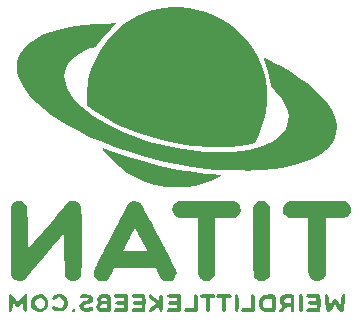
<source format=gbo>
%TF.GenerationSoftware,KiCad,Pcbnew,(6.0.9)*%
%TF.CreationDate,2023-02-22T02:05:46+05:30*%
%TF.ProjectId,Titan Keyboard,54697461-6e20-44b6-9579-626f6172642e,rev?*%
%TF.SameCoordinates,Original*%
%TF.FileFunction,Legend,Bot*%
%TF.FilePolarity,Positive*%
%FSLAX46Y46*%
G04 Gerber Fmt 4.6, Leading zero omitted, Abs format (unit mm)*
G04 Created by KiCad (PCBNEW (6.0.9)) date 2023-02-22 02:05:46*
%MOMM*%
%LPD*%
G01*
G04 APERTURE LIST*
%ADD10C,2.700000*%
G04 APERTURE END LIST*
%TO.C,G\u002A\u002A\u002A*%
G36*
X65615377Y-100799314D02*
G01*
X65525702Y-100890990D01*
X65254522Y-101176914D01*
X65013525Y-101447504D01*
X64781190Y-101727534D01*
X64535993Y-102041777D01*
X64331532Y-102310078D01*
X63940778Y-102445059D01*
X63852954Y-102476122D01*
X63356929Y-102682423D01*
X62921668Y-102919275D01*
X62548920Y-103184794D01*
X62240432Y-103477099D01*
X61997951Y-103794306D01*
X61823227Y-104134531D01*
X61718006Y-104495892D01*
X61684036Y-104876506D01*
X61696718Y-105084349D01*
X61775716Y-105463721D01*
X61924599Y-105850316D01*
X62140606Y-106241542D01*
X62420977Y-106634803D01*
X62762953Y-107027507D01*
X63163772Y-107417060D01*
X63620676Y-107800868D01*
X64130903Y-108176337D01*
X64691695Y-108540874D01*
X65300291Y-108891886D01*
X65953930Y-109226778D01*
X66649854Y-109542957D01*
X67718751Y-109966479D01*
X68881612Y-110355103D01*
X70058412Y-110675663D01*
X71243671Y-110927009D01*
X72431909Y-111107989D01*
X73617646Y-111217452D01*
X74795402Y-111254246D01*
X75076437Y-111251892D01*
X75861455Y-111218495D01*
X76599904Y-111146147D01*
X77287860Y-111035567D01*
X77921399Y-110887474D01*
X78496599Y-110702588D01*
X79009537Y-110481627D01*
X79070116Y-110451055D01*
X79507911Y-110197279D01*
X79877017Y-109920450D01*
X80176748Y-109621703D01*
X80406416Y-109302172D01*
X80565333Y-108962992D01*
X80652813Y-108605297D01*
X80668168Y-108230221D01*
X80610711Y-107838899D01*
X80599037Y-107792132D01*
X80485451Y-107463824D01*
X80314151Y-107112760D01*
X80092142Y-106750544D01*
X79826431Y-106388783D01*
X79524025Y-106039079D01*
X79405782Y-105911865D01*
X79307571Y-105800292D01*
X79243648Y-105714406D01*
X79204471Y-105638875D01*
X79180501Y-105558365D01*
X79162198Y-105457543D01*
X79121810Y-105233274D01*
X79028011Y-104813478D01*
X78910231Y-104374618D01*
X78776584Y-103945958D01*
X78635184Y-103556760D01*
X78620875Y-103520268D01*
X78574574Y-103395649D01*
X78545081Y-103305479D01*
X78538249Y-103267238D01*
X78578157Y-103274224D01*
X78674358Y-103311295D01*
X78816415Y-103373672D01*
X78994015Y-103456446D01*
X79196844Y-103554708D01*
X79414588Y-103663548D01*
X79636933Y-103778058D01*
X79853567Y-103893328D01*
X80157158Y-104060921D01*
X80898397Y-104498287D01*
X81578962Y-104942211D01*
X82197460Y-105391240D01*
X82752496Y-105843922D01*
X83242678Y-106298802D01*
X83666610Y-106754428D01*
X84022900Y-107209344D01*
X84310154Y-107662099D01*
X84526977Y-108111239D01*
X84671976Y-108555309D01*
X84743757Y-108992857D01*
X84750112Y-109246257D01*
X84701546Y-109645354D01*
X84581938Y-110029456D01*
X84393202Y-110396446D01*
X84137250Y-110744208D01*
X83815997Y-111070623D01*
X83431357Y-111373577D01*
X82985244Y-111650950D01*
X82479571Y-111900628D01*
X81916251Y-112120492D01*
X81479676Y-112259465D01*
X80821010Y-112428730D01*
X80114268Y-112564930D01*
X79352433Y-112669357D01*
X78528490Y-112743299D01*
X78435192Y-112749763D01*
X78222089Y-112764738D01*
X78029455Y-112778546D01*
X77875422Y-112789880D01*
X77778120Y-112797431D01*
X77751356Y-112799350D01*
X77602995Y-112804917D01*
X77394135Y-112807552D01*
X77136305Y-112807504D01*
X76841033Y-112805019D01*
X76519848Y-112800345D01*
X76184279Y-112793732D01*
X75845853Y-112785428D01*
X75516099Y-112775679D01*
X75206546Y-112764734D01*
X74928722Y-112752842D01*
X74694155Y-112740250D01*
X74514375Y-112727206D01*
X73753869Y-112650373D01*
X72449282Y-112476185D01*
X71145223Y-112249876D01*
X69850030Y-111973799D01*
X68572043Y-111650305D01*
X67319602Y-111281747D01*
X66101044Y-110870476D01*
X64924711Y-110418846D01*
X63798940Y-109929207D01*
X62732071Y-109403913D01*
X62038184Y-109025371D01*
X61260795Y-108559734D01*
X60557980Y-108089092D01*
X59929565Y-107613296D01*
X59375378Y-107132193D01*
X58895246Y-106645630D01*
X58488997Y-106153457D01*
X58156458Y-105655521D01*
X57897456Y-105151670D01*
X57894281Y-105144418D01*
X57763819Y-104810432D01*
X57681310Y-104507709D01*
X57642264Y-104214374D01*
X57642190Y-103908558D01*
X57663867Y-103692128D01*
X57757292Y-103297177D01*
X57919619Y-102924775D01*
X58151513Y-102574139D01*
X58453636Y-102244486D01*
X58826652Y-101935031D01*
X59271224Y-101644990D01*
X59788017Y-101373579D01*
X59972400Y-101289343D01*
X60545282Y-101064437D01*
X61168728Y-100871999D01*
X61845845Y-100711451D01*
X62579740Y-100582216D01*
X63373519Y-100483717D01*
X64230289Y-100415376D01*
X65153157Y-100376616D01*
X66053600Y-100353880D01*
X65615377Y-100799314D01*
G37*
G36*
X66519080Y-123255524D02*
G01*
X66618078Y-123258892D01*
X66822285Y-123271799D01*
X66954818Y-123291016D01*
X67017929Y-123316821D01*
X67036368Y-123355388D01*
X67050419Y-123437830D01*
X67059774Y-123571303D01*
X67064984Y-123763786D01*
X67066599Y-124023263D01*
X67066385Y-124186972D01*
X67064709Y-124382278D01*
X67060390Y-124521043D01*
X67052281Y-124614447D01*
X67039238Y-124673668D01*
X67020117Y-124709885D01*
X66993771Y-124734278D01*
X66939403Y-124758119D01*
X66839097Y-124775193D01*
X66684886Y-124784662D01*
X66466304Y-124787584D01*
X66283698Y-124785583D01*
X66104686Y-124775392D01*
X65985210Y-124753873D01*
X65916628Y-124718045D01*
X65890300Y-124664931D01*
X65897584Y-124591553D01*
X65901065Y-124578884D01*
X65929201Y-124524013D01*
X65982725Y-124487079D01*
X66074016Y-124464736D01*
X66215450Y-124453635D01*
X66419405Y-124450430D01*
X66747692Y-124449917D01*
X66747692Y-124187288D01*
X66445078Y-124187288D01*
X66409574Y-124187128D01*
X66217371Y-124177574D01*
X66089858Y-124151378D01*
X66019141Y-124105919D01*
X65997323Y-124038574D01*
X65999661Y-124002798D01*
X66031135Y-123929395D01*
X66107070Y-123882237D01*
X66237251Y-123857066D01*
X66431465Y-123849622D01*
X66747692Y-123849622D01*
X66747692Y-123586993D01*
X66388800Y-123586993D01*
X66244171Y-123584856D01*
X66073567Y-123571768D01*
X65962739Y-123544447D01*
X65902775Y-123500232D01*
X65884767Y-123436464D01*
X65885633Y-123417150D01*
X65911811Y-123346715D01*
X65980321Y-123297596D01*
X66099087Y-123267531D01*
X66276032Y-123254261D01*
X66519080Y-123255524D01*
G37*
G36*
X64974322Y-110931932D02*
G01*
X65081248Y-110964301D01*
X65228121Y-111014106D01*
X65401371Y-111077007D01*
X66838952Y-111581446D01*
X68322576Y-112032044D01*
X69809978Y-112412082D01*
X71308550Y-112723443D01*
X72825683Y-112968010D01*
X73057960Y-112998602D01*
X73334112Y-113031917D01*
X73622051Y-113064065D01*
X73907413Y-113093621D01*
X74175831Y-113119161D01*
X74412941Y-113139259D01*
X74604376Y-113152492D01*
X74735771Y-113157434D01*
X74849971Y-113161540D01*
X74944630Y-113179942D01*
X74966230Y-113214319D01*
X74915188Y-113266003D01*
X74791923Y-113336325D01*
X74227697Y-113598041D01*
X73486663Y-113875258D01*
X72743904Y-114077972D01*
X72000277Y-114205916D01*
X71976045Y-114208675D01*
X71779204Y-114222633D01*
X71530093Y-114229682D01*
X71246887Y-114230291D01*
X70947760Y-114224928D01*
X70650886Y-114214063D01*
X70374438Y-114198164D01*
X70136592Y-114177702D01*
X69955521Y-114153144D01*
X69746991Y-114113036D01*
X69001515Y-113925602D01*
X68297344Y-113676108D01*
X67631935Y-113363243D01*
X67002746Y-112985695D01*
X66407236Y-112542154D01*
X65842863Y-112031308D01*
X65687465Y-111873691D01*
X65510615Y-111686146D01*
X65344409Y-111501846D01*
X65195839Y-111329171D01*
X65071896Y-111176501D01*
X64979570Y-111052216D01*
X64925851Y-110964695D01*
X64917731Y-110922320D01*
X64920911Y-110921340D01*
X64974322Y-110931932D01*
G37*
G36*
X75246639Y-123255760D02*
G01*
X75379204Y-123259283D01*
X75548887Y-123266088D01*
X75664081Y-123275704D01*
X75737655Y-123290067D01*
X75782475Y-123311113D01*
X75811409Y-123340781D01*
X75822987Y-123357313D01*
X75845277Y-123420495D01*
X75813340Y-123490855D01*
X75781550Y-123526383D01*
X75702102Y-123562663D01*
X75569567Y-123579574D01*
X75376939Y-123590914D01*
X75376939Y-124114212D01*
X75376430Y-124282206D01*
X75373374Y-124444466D01*
X75366066Y-124555290D01*
X75352833Y-124628019D01*
X75332003Y-124675991D01*
X75301902Y-124712547D01*
X75296359Y-124718069D01*
X75228237Y-124775198D01*
X75175649Y-124776989D01*
X75107884Y-124725491D01*
X75088604Y-124704781D01*
X75066984Y-124662912D01*
X75052689Y-124596685D01*
X75044270Y-124493433D01*
X75040281Y-124340492D01*
X75039273Y-124125196D01*
X75039273Y-123586993D01*
X74854360Y-123586993D01*
X74708694Y-123569982D01*
X74605384Y-123523605D01*
X74555306Y-123457383D01*
X74565559Y-123380846D01*
X74643239Y-123303523D01*
X74643799Y-123303158D01*
X74695146Y-123278406D01*
X74767672Y-123262354D01*
X74874809Y-123253937D01*
X75029987Y-123252094D01*
X75246639Y-123255760D01*
G37*
G36*
X76206152Y-115474913D02*
G01*
X76208140Y-115475954D01*
X76339668Y-115556530D01*
X76431689Y-115649356D01*
X76514054Y-115784441D01*
X76538572Y-115832125D01*
X76589032Y-115951284D01*
X76607106Y-116054608D01*
X76600445Y-116176855D01*
X76595696Y-116210824D01*
X76524222Y-116425485D01*
X76390849Y-116608929D01*
X76205823Y-116746372D01*
X76169740Y-116764883D01*
X76113202Y-116789337D01*
X76050298Y-116807192D01*
X75969584Y-116819482D01*
X75859615Y-116827240D01*
X75708945Y-116831501D01*
X75506129Y-116833300D01*
X75239723Y-116833669D01*
X74438977Y-116833669D01*
X74438977Y-119198537D01*
X74438877Y-119565566D01*
X74438358Y-120001989D01*
X74437277Y-120373137D01*
X74435503Y-120684626D01*
X74432907Y-120942073D01*
X74429357Y-121151097D01*
X74424722Y-121317313D01*
X74418872Y-121446340D01*
X74411677Y-121543795D01*
X74403005Y-121615294D01*
X74392726Y-121666455D01*
X74380709Y-121702895D01*
X74302882Y-121844549D01*
X74165645Y-122002176D01*
X74007515Y-122110147D01*
X73979220Y-122121251D01*
X73840211Y-122147620D01*
X73661864Y-122150787D01*
X73626388Y-122148778D01*
X73489059Y-122131683D01*
X73386791Y-122094439D01*
X73286680Y-122026112D01*
X73253080Y-121996938D01*
X73144742Y-121876629D01*
X73060174Y-121747843D01*
X72975757Y-121582615D01*
X72975757Y-116833669D01*
X72175011Y-116833669D01*
X72004706Y-116833558D01*
X71778364Y-116832443D01*
X71608649Y-116829271D01*
X71484116Y-116823007D01*
X71393320Y-116812616D01*
X71324817Y-116797064D01*
X71267162Y-116775317D01*
X71208911Y-116746340D01*
X71103724Y-116677760D01*
X70953263Y-116516991D01*
X70856373Y-116320484D01*
X70823786Y-116106084D01*
X70827310Y-116043842D01*
X70850379Y-115904122D01*
X70887188Y-115795324D01*
X70899551Y-115773180D01*
X70993037Y-115652079D01*
X71118260Y-115535221D01*
X71251445Y-115442439D01*
X71368816Y-115393566D01*
X71423526Y-115389539D01*
X71547212Y-115385614D01*
X71732318Y-115381995D01*
X71971924Y-115378747D01*
X72259111Y-115375939D01*
X72586960Y-115373638D01*
X72948553Y-115371911D01*
X73336969Y-115370826D01*
X73745291Y-115370449D01*
X76006184Y-115370449D01*
X76206152Y-115474913D01*
G37*
G36*
X79579007Y-124048803D02*
G01*
X79578571Y-124198791D01*
X79574829Y-124408681D01*
X79565461Y-124560364D01*
X79548326Y-124664532D01*
X79521286Y-124731880D01*
X79482202Y-124773100D01*
X79428933Y-124798884D01*
X79411065Y-124802657D01*
X79324441Y-124809147D01*
X79192200Y-124811726D01*
X79034989Y-124809821D01*
X78827139Y-124797614D01*
X78659476Y-124769679D01*
X78521837Y-124722483D01*
X78350520Y-124610665D01*
X78223562Y-124453378D01*
X78145981Y-124266567D01*
X78117951Y-124064037D01*
X78122348Y-124022603D01*
X78464104Y-124022603D01*
X78469749Y-124178650D01*
X78528642Y-124319234D01*
X78639044Y-124424008D01*
X78641819Y-124425623D01*
X78783712Y-124471986D01*
X78993880Y-124487436D01*
X79241340Y-124487436D01*
X79241340Y-123653828D01*
X78960082Y-123668031D01*
X78825100Y-123677340D01*
X78718342Y-123695025D01*
X78645304Y-123726199D01*
X78583734Y-123777324D01*
X78513448Y-123871442D01*
X78464104Y-124022603D01*
X78122348Y-124022603D01*
X78139646Y-123859594D01*
X78211239Y-123667043D01*
X78332906Y-123500189D01*
X78504820Y-123372839D01*
X78597120Y-123340693D01*
X78773027Y-123312054D01*
X79020981Y-123294521D01*
X79030797Y-123294103D01*
X79215022Y-123287282D01*
X79352539Y-123290912D01*
X79450175Y-123314220D01*
X79514755Y-123366430D01*
X79553102Y-123456768D01*
X79572044Y-123594459D01*
X79573987Y-123653828D01*
X79578403Y-123788729D01*
X79579007Y-124048803D01*
G37*
G36*
X60286105Y-124303027D02*
G01*
X60190374Y-124486134D01*
X60040405Y-124633243D01*
X59839534Y-124733335D01*
X59763073Y-124753840D01*
X59535033Y-124769083D01*
X59315326Y-124721147D01*
X59120573Y-124615303D01*
X58967394Y-124456820D01*
X58893915Y-124323541D01*
X58841600Y-124117203D01*
X58843392Y-124078474D01*
X59213436Y-124078474D01*
X59244656Y-124227265D01*
X59329215Y-124362328D01*
X59470205Y-124469243D01*
X59587829Y-124515360D01*
X59702045Y-124512954D01*
X59830536Y-124452992D01*
X59956225Y-124355102D01*
X60042455Y-124217880D01*
X60069405Y-124043874D01*
X60061858Y-123940250D01*
X60024803Y-123848586D01*
X59941843Y-123752074D01*
X59856079Y-123676341D01*
X59767100Y-123635173D01*
X59651075Y-123625697D01*
X59560105Y-123634458D01*
X59408890Y-123693947D01*
X59298645Y-123797393D01*
X59232464Y-123930376D01*
X59213436Y-124078474D01*
X58843392Y-124078474D01*
X58851162Y-123910520D01*
X58916324Y-123715068D01*
X59030806Y-123542419D01*
X59188331Y-123404149D01*
X59382619Y-123311831D01*
X59607391Y-123277040D01*
X59751218Y-123284099D01*
X59922436Y-123331040D01*
X60060204Y-123431186D01*
X60184103Y-123595345D01*
X60214508Y-123647901D01*
X60301509Y-123872892D01*
X60319029Y-124043874D01*
X60324262Y-124094940D01*
X60286105Y-124303027D01*
G37*
G36*
X70532673Y-120079907D02*
G01*
X70678411Y-120362574D01*
X70800506Y-120601190D01*
X70901014Y-120799872D01*
X70981990Y-120962736D01*
X71045490Y-121093899D01*
X71093572Y-121197479D01*
X71128291Y-121277592D01*
X71151704Y-121338356D01*
X71165865Y-121383886D01*
X71172833Y-121418301D01*
X71174661Y-121445717D01*
X71161576Y-121583173D01*
X71085883Y-121800287D01*
X70951160Y-121985733D01*
X70767006Y-122123548D01*
X70704686Y-122151350D01*
X70506428Y-122192440D01*
X70293156Y-122181980D01*
X70090606Y-122123159D01*
X69924513Y-122019166D01*
X69920626Y-122015356D01*
X69873801Y-121950864D01*
X69804279Y-121835767D01*
X69720795Y-121685149D01*
X69632083Y-121514098D01*
X69410925Y-121073256D01*
X67657226Y-121073707D01*
X65903527Y-121074159D01*
X65678416Y-121513334D01*
X65560576Y-121731570D01*
X65444531Y-121911463D01*
X65332114Y-122038055D01*
X65212753Y-122120687D01*
X65075878Y-122168697D01*
X64910916Y-122191427D01*
X64859723Y-122194641D01*
X64732650Y-122192792D01*
X64630923Y-122166639D01*
X64517775Y-122108422D01*
X64382054Y-122004892D01*
X64249420Y-121840147D01*
X64221478Y-121790575D01*
X64177874Y-121688616D01*
X64161623Y-121582695D01*
X64165417Y-121437821D01*
X64168921Y-121397527D01*
X64176155Y-121351123D01*
X64189083Y-121298091D01*
X64209928Y-121233818D01*
X64240911Y-121153692D01*
X64284255Y-121053101D01*
X64342182Y-120927431D01*
X64416914Y-120772070D01*
X64510673Y-120582405D01*
X64625682Y-120353823D01*
X64764163Y-120081712D01*
X64928337Y-119761459D01*
X65001487Y-119619415D01*
X66636276Y-119619415D01*
X66636576Y-119620128D01*
X66678742Y-119627420D01*
X66785481Y-119633972D01*
X66947230Y-119639522D01*
X67154424Y-119643810D01*
X67397501Y-119646575D01*
X67666894Y-119647554D01*
X67693016Y-119647545D01*
X67960355Y-119646387D01*
X68200484Y-119643469D01*
X68403839Y-119639051D01*
X68560855Y-119633396D01*
X68661965Y-119626763D01*
X68697606Y-119619415D01*
X68681060Y-119578049D01*
X68634324Y-119481355D01*
X68562788Y-119339734D01*
X68471841Y-119163328D01*
X68366874Y-118962280D01*
X68253275Y-118746733D01*
X68136435Y-118526829D01*
X68021743Y-118312711D01*
X67914588Y-118114523D01*
X67820361Y-117942406D01*
X67744450Y-117806505D01*
X67692246Y-117716960D01*
X67669137Y-117683916D01*
X67668937Y-117683907D01*
X67645383Y-117716056D01*
X67592856Y-117804501D01*
X67516718Y-117939194D01*
X67422331Y-118110089D01*
X67315055Y-118307139D01*
X67200253Y-118520295D01*
X67083287Y-118739510D01*
X66969517Y-118954739D01*
X66864306Y-119155932D01*
X66773014Y-119333044D01*
X66701004Y-119476027D01*
X66653638Y-119574833D01*
X66636276Y-119619415D01*
X65001487Y-119619415D01*
X65120428Y-119388452D01*
X65342657Y-118958077D01*
X65597246Y-118465722D01*
X65708065Y-118251503D01*
X65962772Y-117759543D01*
X66186601Y-117328500D01*
X66382100Y-116954265D01*
X66551816Y-116632729D01*
X66698297Y-116359782D01*
X66824089Y-116131316D01*
X66931741Y-115943221D01*
X67023801Y-115791388D01*
X67102814Y-115671709D01*
X67171330Y-115580074D01*
X67231895Y-115512373D01*
X67287057Y-115464499D01*
X67339362Y-115432341D01*
X67391360Y-115411791D01*
X67445597Y-115398739D01*
X67504620Y-115389077D01*
X67695404Y-115383856D01*
X67915280Y-115441546D01*
X68107895Y-115567077D01*
X68134140Y-115595763D01*
X68180172Y-115659373D01*
X68241912Y-115756485D01*
X68321399Y-115890804D01*
X68420669Y-116066040D01*
X68541759Y-116285901D01*
X68686707Y-116554093D01*
X68857549Y-116874324D01*
X69056322Y-117250303D01*
X69285064Y-117685737D01*
X69545811Y-118184334D01*
X69672161Y-118426386D01*
X69933035Y-118926428D01*
X70162041Y-119365951D01*
X70293823Y-119619415D01*
X70361235Y-119749071D01*
X70532673Y-120079907D01*
G37*
G36*
X73972390Y-123253305D02*
G01*
X74136306Y-123260253D01*
X74264464Y-123270546D01*
X74337622Y-123283971D01*
X74392502Y-123310529D01*
X74456849Y-123377647D01*
X74460124Y-123451005D01*
X74409028Y-123518451D01*
X74310264Y-123567832D01*
X74170533Y-123586993D01*
X73988756Y-123586993D01*
X73988756Y-124118677D01*
X73988696Y-124173328D01*
X73986642Y-124376885D01*
X73980705Y-124520724D01*
X73969591Y-124617349D01*
X73952009Y-124679264D01*
X73926663Y-124718972D01*
X73919809Y-124726506D01*
X73863592Y-124776792D01*
X73812470Y-124777117D01*
X73734474Y-124729178D01*
X73724879Y-124722295D01*
X73694991Y-124694711D01*
X73674488Y-124655511D01*
X73661608Y-124592013D01*
X73654590Y-124491531D01*
X73651671Y-124341382D01*
X73651089Y-124128883D01*
X73651089Y-123586993D01*
X73469312Y-123586993D01*
X73338433Y-123573505D01*
X73231705Y-123528234D01*
X73181567Y-123457858D01*
X73196835Y-123369417D01*
X73230195Y-123323199D01*
X73296690Y-123272500D01*
X73343992Y-123263198D01*
X73458518Y-123254648D01*
X73614254Y-123250290D01*
X73791959Y-123249913D01*
X73972390Y-123253305D01*
G37*
G36*
X71080384Y-123251011D02*
G01*
X71245480Y-123258516D01*
X71376838Y-123270657D01*
X71453817Y-123285916D01*
X71550055Y-123322506D01*
X71550055Y-124015662D01*
X71549854Y-124170810D01*
X71548211Y-124377618D01*
X71544117Y-124526133D01*
X71536630Y-124626844D01*
X71524809Y-124690242D01*
X71507713Y-124726817D01*
X71484398Y-124747060D01*
X71435725Y-124760949D01*
X71322247Y-124774007D01*
X71168248Y-124782184D01*
X70992846Y-124785448D01*
X70815159Y-124783767D01*
X70654302Y-124777111D01*
X70529395Y-124765447D01*
X70459553Y-124748745D01*
X70401826Y-124689605D01*
X70393362Y-124599875D01*
X70445941Y-124508875D01*
X70480339Y-124485285D01*
X70555276Y-124464285D01*
X70676648Y-124453171D01*
X70858644Y-124449917D01*
X71212389Y-124449917D01*
X71212389Y-124187288D01*
X70896162Y-124187288D01*
X70817858Y-124186648D01*
X70669319Y-124178762D01*
X70575175Y-124160080D01*
X70520978Y-124128331D01*
X70480879Y-124079313D01*
X70468741Y-124004292D01*
X70524113Y-123918233D01*
X70562963Y-123886688D01*
X70629327Y-123863966D01*
X70735614Y-123852675D01*
X70899297Y-123849622D01*
X71212389Y-123849622D01*
X71212389Y-123586993D01*
X70872257Y-123586993D01*
X70764454Y-123585725D01*
X70586383Y-123573696D01*
X70469860Y-123546787D01*
X70406266Y-123502348D01*
X70386983Y-123437726D01*
X70400780Y-123371020D01*
X70456331Y-123313801D01*
X70561993Y-123276214D01*
X70725770Y-123255607D01*
X70955666Y-123249327D01*
X71080384Y-123251011D01*
G37*
G36*
X85413309Y-123301097D02*
G01*
X85418476Y-123304919D01*
X85441793Y-123326310D01*
X85456722Y-123356587D01*
X85463015Y-123406666D01*
X85460424Y-123487463D01*
X85448700Y-123609895D01*
X85427594Y-123784878D01*
X85396858Y-124023328D01*
X85370101Y-124218715D01*
X85340116Y-124415894D01*
X85312339Y-124577200D01*
X85289008Y-124689757D01*
X85272356Y-124740685D01*
X85208198Y-124789206D01*
X85118089Y-124781302D01*
X85010302Y-124702853D01*
X84883246Y-124553093D01*
X84871824Y-124537571D01*
X84783694Y-124413372D01*
X84711866Y-124304928D01*
X84670950Y-124234186D01*
X84639439Y-124179688D01*
X84605316Y-124149770D01*
X84592157Y-124159613D01*
X84543359Y-124218986D01*
X84470600Y-124320142D01*
X84384100Y-124449243D01*
X84337061Y-124519971D01*
X84248052Y-124645144D01*
X84173523Y-124739186D01*
X84125993Y-124785769D01*
X84123241Y-124787363D01*
X84050653Y-124818532D01*
X83991333Y-124815185D01*
X83942190Y-124770599D01*
X83900133Y-124678053D01*
X83862070Y-124530823D01*
X83824912Y-124322187D01*
X83785566Y-124045423D01*
X83755231Y-123804455D01*
X83735554Y-123604922D01*
X83730963Y-123462715D01*
X83742623Y-123369174D01*
X83771701Y-123315643D01*
X83819362Y-123293463D01*
X83886774Y-123293976D01*
X83894070Y-123295015D01*
X83971439Y-123337722D01*
X84031502Y-123439722D01*
X84076261Y-123605977D01*
X84107720Y-123841451D01*
X84121006Y-123954288D01*
X84138202Y-124049776D01*
X84154018Y-124092107D01*
X84154773Y-124092451D01*
X84189810Y-124069847D01*
X84255085Y-124001593D01*
X84337089Y-123901739D01*
X84424284Y-123796123D01*
X84502576Y-123713821D01*
X84553750Y-123674236D01*
X84569829Y-123669379D01*
X84667952Y-123685208D01*
X84780346Y-123771608D01*
X84904216Y-123926565D01*
X84963713Y-124009529D01*
X85024173Y-124083681D01*
X85058113Y-124112251D01*
X85066326Y-124099214D01*
X85082003Y-124027086D01*
X85098140Y-123905972D01*
X85112304Y-123752041D01*
X85126231Y-123596288D01*
X85146445Y-123461949D01*
X85173405Y-123375098D01*
X85210561Y-123320578D01*
X85274319Y-123266035D01*
X85335309Y-123256166D01*
X85413309Y-123301097D01*
G37*
G36*
X62498856Y-124508253D02*
G01*
X62556509Y-124567754D01*
X62576925Y-124649417D01*
X62544128Y-124733108D01*
X62512368Y-124760524D01*
X62433069Y-124787584D01*
X62412227Y-124786259D01*
X62331944Y-124746839D01*
X62293770Y-124671073D01*
X62303620Y-124583937D01*
X62367411Y-124510408D01*
X62419942Y-124491047D01*
X62498856Y-124508253D01*
G37*
G36*
X61426299Y-123290694D02*
G01*
X61627781Y-123368413D01*
X61793458Y-123502999D01*
X61911007Y-123688247D01*
X61923636Y-123719111D01*
X61980937Y-123954978D01*
X61968911Y-124178402D01*
X61891009Y-124379876D01*
X61750683Y-124549890D01*
X61551385Y-124678935D01*
X61518686Y-124693020D01*
X61311342Y-124742167D01*
X61097531Y-124734280D01*
X60898738Y-124672498D01*
X60736449Y-124559956D01*
X60674872Y-124491549D01*
X60651382Y-124433593D01*
X60670289Y-124373781D01*
X60684135Y-124349828D01*
X60749986Y-124285521D01*
X60832647Y-124286804D01*
X60943415Y-124352812D01*
X61028376Y-124406563D01*
X61195448Y-124453610D01*
X61360747Y-124427293D01*
X61515718Y-124327982D01*
X61588677Y-124249579D01*
X61666273Y-124099335D01*
X61669148Y-123942833D01*
X61597244Y-123780459D01*
X61572837Y-123746828D01*
X61479898Y-123650473D01*
X61386593Y-123588667D01*
X61355725Y-123577572D01*
X61206720Y-123559873D01*
X61061391Y-123590007D01*
X60950425Y-123662763D01*
X60865962Y-123722057D01*
X60775156Y-123731637D01*
X60701113Y-123695993D01*
X60662602Y-123624520D01*
X60678397Y-123526613D01*
X60755886Y-123427659D01*
X60901561Y-123345985D01*
X61115538Y-123287677D01*
X61201332Y-123276045D01*
X61426299Y-123290694D01*
G37*
G36*
X81771495Y-123300851D02*
G01*
X81792275Y-123316602D01*
X81815002Y-123346183D01*
X81831216Y-123394495D01*
X81842327Y-123472799D01*
X81849748Y-123592354D01*
X81854889Y-123764423D01*
X81859163Y-124000267D01*
X81859715Y-124035837D01*
X81862297Y-124266956D01*
X81861408Y-124435944D01*
X81856214Y-124554170D01*
X81845880Y-124633003D01*
X81829570Y-124683812D01*
X81806450Y-124717967D01*
X81803434Y-124721283D01*
X81737674Y-124777140D01*
X81679158Y-124773740D01*
X81602563Y-124710106D01*
X81581376Y-124687031D01*
X81559107Y-124650563D01*
X81544229Y-124598275D01*
X81535655Y-124518328D01*
X81532300Y-124398885D01*
X81533079Y-124228107D01*
X81536906Y-123994156D01*
X81539065Y-123883232D01*
X81544321Y-123677338D01*
X81551118Y-123530207D01*
X81560841Y-123430503D01*
X81574876Y-123366892D01*
X81594607Y-123328037D01*
X81621422Y-123302602D01*
X81638430Y-123290702D01*
X81701306Y-123268731D01*
X81771495Y-123300851D01*
G37*
G36*
X68192893Y-123249718D02*
G01*
X68331164Y-123258424D01*
X68428086Y-123284918D01*
X68490977Y-123338734D01*
X68527154Y-123429406D01*
X68543935Y-123566469D01*
X68548637Y-123759456D01*
X68548578Y-124017903D01*
X68547909Y-124222758D01*
X68544786Y-124413317D01*
X68538288Y-124548426D01*
X68527522Y-124638842D01*
X68511597Y-124695323D01*
X68489621Y-124728626D01*
X68470540Y-124743705D01*
X68415191Y-124765151D01*
X68323724Y-124778614D01*
X68183194Y-124785591D01*
X67980655Y-124787584D01*
X67835486Y-124786474D01*
X67647162Y-124778468D01*
X67517876Y-124760307D01*
X67437754Y-124729151D01*
X67396922Y-124682162D01*
X67385506Y-124616502D01*
X67396797Y-124558238D01*
X67445899Y-124506572D01*
X67542315Y-124473197D01*
X67695074Y-124455262D01*
X67913207Y-124449917D01*
X68248431Y-124449917D01*
X68248431Y-124187288D01*
X67945816Y-124187288D01*
X67850167Y-124186103D01*
X67681585Y-124173322D01*
X67573167Y-124143556D01*
X67515223Y-124093152D01*
X67498061Y-124018455D01*
X67501203Y-123982389D01*
X67535101Y-123918822D01*
X67614042Y-123877942D01*
X67747717Y-123856093D01*
X67945816Y-123849622D01*
X68248431Y-123849622D01*
X68248431Y-123589618D01*
X67868339Y-123578926D01*
X67708876Y-123573304D01*
X67587650Y-123564202D01*
X67511869Y-123548929D01*
X67465905Y-123524158D01*
X67434127Y-123486567D01*
X67408146Y-123442114D01*
X67406379Y-123389649D01*
X67457793Y-123327114D01*
X67461733Y-123323223D01*
X67503810Y-123290222D01*
X67559093Y-123268731D01*
X67643033Y-123256351D01*
X67771083Y-123250683D01*
X67958694Y-123249327D01*
X68005956Y-123249265D01*
X68192893Y-123249718D01*
G37*
G36*
X58073432Y-115416090D02*
G01*
X58270868Y-115520675D01*
X58442386Y-115692586D01*
X58549908Y-115833520D01*
X58560333Y-117649519D01*
X58560369Y-117655846D01*
X58563157Y-118023532D01*
X58567017Y-118364034D01*
X58571784Y-118670516D01*
X58577295Y-118936142D01*
X58583387Y-119154076D01*
X58589895Y-119317480D01*
X58596656Y-119419521D01*
X58603507Y-119453360D01*
X58605266Y-119452301D01*
X58643481Y-119413861D01*
X58722504Y-119326395D01*
X58835871Y-119197316D01*
X58977116Y-119034040D01*
X59139775Y-118843982D01*
X59317383Y-118634555D01*
X59486574Y-118434341D01*
X59683089Y-118202145D01*
X59871607Y-117979742D01*
X60042037Y-117779028D01*
X60184287Y-117611897D01*
X60288266Y-117490242D01*
X60375893Y-117387070D01*
X60512517Y-117224252D01*
X60677934Y-117025692D01*
X60862182Y-116803386D01*
X61055300Y-116569327D01*
X61247326Y-116335509D01*
X61267204Y-116311267D01*
X61443340Y-116098541D01*
X61606848Y-115904623D01*
X61750830Y-115737431D01*
X61868387Y-115604884D01*
X61952622Y-115514900D01*
X61996637Y-115475395D01*
X62153419Y-115419467D01*
X62355362Y-115396109D01*
X62558335Y-115414659D01*
X62727160Y-115479710D01*
X62892349Y-115598396D01*
X63025114Y-115749780D01*
X63104272Y-115914467D01*
X63105696Y-115920801D01*
X63113478Y-115999529D01*
X63120459Y-116144531D01*
X63126635Y-116348368D01*
X63132003Y-116603604D01*
X63136562Y-116902802D01*
X63140310Y-117238524D01*
X63143242Y-117603333D01*
X63145358Y-117989792D01*
X63146655Y-118390465D01*
X63147130Y-118797914D01*
X63146781Y-119204701D01*
X63145605Y-119603391D01*
X63143600Y-119986545D01*
X63140763Y-120346727D01*
X63137093Y-120676499D01*
X63132586Y-120968425D01*
X63127240Y-121215067D01*
X63121053Y-121408988D01*
X63114022Y-121542751D01*
X63106145Y-121608919D01*
X63063038Y-121721060D01*
X62938319Y-121900569D01*
X62766408Y-122041529D01*
X62564383Y-122127591D01*
X62473820Y-122142603D01*
X62267255Y-122127735D01*
X62066769Y-122054314D01*
X61892172Y-121931246D01*
X61763275Y-121767436D01*
X61758101Y-121757272D01*
X61744352Y-121719625D01*
X61732716Y-121665576D01*
X61722919Y-121588611D01*
X61714686Y-121482214D01*
X61707741Y-121339870D01*
X61701809Y-121155066D01*
X61696614Y-120921285D01*
X61691881Y-120632013D01*
X61687334Y-120280734D01*
X61682699Y-119860935D01*
X61663940Y-118067078D01*
X61439193Y-118341437D01*
X61414197Y-118371789D01*
X61308319Y-118498613D01*
X61167906Y-118665045D01*
X61003954Y-118858123D01*
X60827460Y-119064886D01*
X60649420Y-119272369D01*
X60564656Y-119370967D01*
X60408031Y-119553805D01*
X60255479Y-119732941D01*
X60100543Y-119916092D01*
X59936768Y-120110973D01*
X59757697Y-120325300D01*
X59556874Y-120566790D01*
X59327844Y-120843159D01*
X59064150Y-121162123D01*
X58759338Y-121531398D01*
X58722402Y-121576042D01*
X58546895Y-121782378D01*
X58403279Y-121936086D01*
X58281127Y-122043886D01*
X58170007Y-122112497D01*
X58059490Y-122148638D01*
X57939147Y-122159029D01*
X57798547Y-122150389D01*
X57769878Y-122147058D01*
X57546033Y-122087746D01*
X57367696Y-121971100D01*
X57227050Y-121792221D01*
X57124206Y-121617273D01*
X57124206Y-118803389D01*
X57124228Y-118631284D01*
X57124643Y-118100103D01*
X57125641Y-117638117D01*
X57127297Y-117240825D01*
X57129686Y-116903724D01*
X57132882Y-116622313D01*
X57136960Y-116392093D01*
X57141995Y-116208560D01*
X57148061Y-116067214D01*
X57155234Y-115963554D01*
X57163588Y-115893078D01*
X57173197Y-115851285D01*
X57229634Y-115742319D01*
X57352804Y-115599071D01*
X57507764Y-115480232D01*
X57670323Y-115407402D01*
X57857272Y-115381486D01*
X58073432Y-115416090D01*
G37*
G36*
X65600865Y-124620598D02*
G01*
X65577906Y-124705779D01*
X65544109Y-124758904D01*
X65498132Y-124789603D01*
X65446293Y-124802162D01*
X65325148Y-124812243D01*
X65167854Y-124814148D01*
X64996627Y-124808710D01*
X64833682Y-124796763D01*
X64701236Y-124779143D01*
X64621504Y-124756683D01*
X64572854Y-124722393D01*
X64479587Y-124610922D01*
X64410867Y-124470701D01*
X64384169Y-124332934D01*
X64384180Y-124330886D01*
X64397622Y-124253355D01*
X64698717Y-124253355D01*
X64712860Y-124351714D01*
X64715032Y-124356444D01*
X64745446Y-124407677D01*
X64789917Y-124435739D01*
X64868757Y-124447522D01*
X65002279Y-124449917D01*
X65246953Y-124449917D01*
X65246953Y-124112251D01*
X65044758Y-124112251D01*
X65039000Y-124112266D01*
X64867010Y-124129863D01*
X64751842Y-124178149D01*
X64698717Y-124253355D01*
X64397622Y-124253355D01*
X64405521Y-124207799D01*
X64455374Y-124089506D01*
X64498052Y-123996402D01*
X64493327Y-123920673D01*
X64484171Y-123899462D01*
X64466800Y-123810412D01*
X64460445Y-123707133D01*
X64740779Y-123707133D01*
X64743821Y-123788589D01*
X64748099Y-123797777D01*
X64786488Y-123829055D01*
X64867484Y-123845099D01*
X65007097Y-123849622D01*
X65246953Y-123849622D01*
X65246953Y-123737067D01*
X65246930Y-123722513D01*
X65241819Y-123665956D01*
X65215279Y-123636850D01*
X65149442Y-123626076D01*
X65026437Y-123624511D01*
X64939296Y-123627478D01*
X64805632Y-123653606D01*
X64740779Y-123707133D01*
X64460445Y-123707133D01*
X64459640Y-123694055D01*
X64459646Y-123679651D01*
X64469141Y-123567354D01*
X64507554Y-123487566D01*
X64591686Y-123403287D01*
X64608547Y-123388564D01*
X64669837Y-123340041D01*
X64729585Y-123310071D01*
X64806935Y-123294191D01*
X64921030Y-123287938D01*
X65091014Y-123286845D01*
X65186184Y-123286793D01*
X65344041Y-123290130D01*
X65456093Y-123306639D01*
X65530522Y-123346618D01*
X65575509Y-123420366D01*
X65599236Y-123538182D01*
X65609886Y-123710365D01*
X65613269Y-123849622D01*
X65615639Y-123947214D01*
X65618155Y-124076428D01*
X65619647Y-124315552D01*
X65615638Y-124449917D01*
X65614331Y-124493732D01*
X65600865Y-124620598D01*
G37*
G36*
X78594579Y-115410569D02*
G01*
X78779321Y-115486112D01*
X78937887Y-115615118D01*
X79057008Y-115797556D01*
X79059122Y-115802266D01*
X79072020Y-115834796D01*
X79083182Y-115873660D01*
X79092737Y-115924141D01*
X79100811Y-115991525D01*
X79107531Y-116081096D01*
X79113023Y-116198140D01*
X79117414Y-116347942D01*
X79120830Y-116535786D01*
X79123399Y-116766957D01*
X79125247Y-117046741D01*
X79126500Y-117380421D01*
X79127286Y-117773284D01*
X79127731Y-118230614D01*
X79127961Y-118757696D01*
X79127983Y-119243451D01*
X79127646Y-119713570D01*
X79126832Y-120118406D01*
X79125442Y-120463080D01*
X79123376Y-120752714D01*
X79120534Y-120992430D01*
X79116816Y-121187348D01*
X79112122Y-121342589D01*
X79106352Y-121463276D01*
X79099406Y-121554528D01*
X79091185Y-121621468D01*
X79081589Y-121669216D01*
X79070517Y-121702895D01*
X78992690Y-121844549D01*
X78855453Y-122002176D01*
X78697323Y-122110147D01*
X78669028Y-122121251D01*
X78530019Y-122147620D01*
X78351672Y-122150787D01*
X78308422Y-122148274D01*
X78174993Y-122130891D01*
X78075261Y-122093249D01*
X77976488Y-122024309D01*
X77941276Y-121994006D01*
X77837197Y-121886565D01*
X77759361Y-121782129D01*
X77750472Y-121766437D01*
X77737611Y-121738894D01*
X77726491Y-121704123D01*
X77716961Y-121656908D01*
X77708870Y-121592032D01*
X77702068Y-121504279D01*
X77696404Y-121388433D01*
X77691729Y-121239279D01*
X77687891Y-121051601D01*
X77684740Y-120820182D01*
X77682125Y-120539806D01*
X77679896Y-120205257D01*
X77677903Y-119811320D01*
X77675995Y-119352779D01*
X77674021Y-118824417D01*
X77663717Y-115994042D01*
X77761221Y-115794751D01*
X77859194Y-115643587D01*
X78015968Y-115504996D01*
X78199635Y-115419982D01*
X78396928Y-115388515D01*
X78594579Y-115410569D01*
G37*
G36*
X68985448Y-123304025D02*
G01*
X69071327Y-123350200D01*
X69191130Y-123437808D01*
X69355225Y-123571835D01*
X69692891Y-123854679D01*
X69703976Y-123608688D01*
X69707463Y-123544819D01*
X69721182Y-123428153D01*
X69746330Y-123360545D01*
X69788392Y-123323451D01*
X69840109Y-123304900D01*
X69937601Y-123324813D01*
X69938215Y-123325142D01*
X69964960Y-123343215D01*
X69984245Y-123371511D01*
X69997055Y-123420828D01*
X70004375Y-123501968D01*
X70007193Y-123625729D01*
X70006492Y-123802912D01*
X70003258Y-124044315D01*
X70001507Y-124153608D01*
X69996789Y-124370245D01*
X69990506Y-124526821D01*
X69981540Y-124633939D01*
X69968776Y-124702203D01*
X69951095Y-124742217D01*
X69927382Y-124764584D01*
X69856723Y-124791237D01*
X69787371Y-124761589D01*
X69741311Y-124661845D01*
X69719240Y-124492914D01*
X69711499Y-124385343D01*
X69699318Y-124296454D01*
X69686304Y-124262325D01*
X69663127Y-124275952D01*
X69592117Y-124329284D01*
X69486739Y-124413587D01*
X69359807Y-124518794D01*
X69263318Y-124598662D01*
X69142744Y-124694465D01*
X69049687Y-124763687D01*
X68998800Y-124795112D01*
X68917116Y-124797427D01*
X68842079Y-124746468D01*
X68811208Y-124657142D01*
X68830791Y-124590970D01*
X68899873Y-124506197D01*
X69026939Y-124396625D01*
X69147088Y-124301132D01*
X69264469Y-124206624D01*
X69348738Y-124137467D01*
X69454806Y-124048542D01*
X69217423Y-123852012D01*
X69193450Y-123832157D01*
X69070881Y-123730412D01*
X68964695Y-123641926D01*
X68895624Y-123583967D01*
X68838240Y-123517448D01*
X68813739Y-123419660D01*
X68856230Y-123331867D01*
X68873977Y-123316026D01*
X68923121Y-123294296D01*
X68985448Y-123304025D01*
G37*
G36*
X72232262Y-99050056D02*
G01*
X72942974Y-99178764D01*
X73634216Y-99372018D01*
X74301784Y-99628028D01*
X74941471Y-99945004D01*
X75549075Y-100321155D01*
X76120389Y-100754691D01*
X76651210Y-101243822D01*
X77137331Y-101786756D01*
X77574549Y-102381704D01*
X77958657Y-103026875D01*
X78038804Y-103182430D01*
X78319569Y-103821127D01*
X78543943Y-104494117D01*
X78708275Y-105186754D01*
X78808916Y-105884388D01*
X78842213Y-106572369D01*
X78824843Y-107076436D01*
X78737781Y-107820754D01*
X78577458Y-108548938D01*
X78343805Y-109261270D01*
X78036757Y-109958028D01*
X77951274Y-110128775D01*
X77872688Y-110281214D01*
X77813362Y-110385604D01*
X77765599Y-110452413D01*
X77721702Y-110492109D01*
X77673974Y-110515161D01*
X77614718Y-110532037D01*
X77579430Y-110541153D01*
X77475990Y-110568957D01*
X77410962Y-110588039D01*
X77367254Y-110599909D01*
X77242581Y-110625187D01*
X77068110Y-110654898D01*
X76859476Y-110686798D01*
X76632312Y-110718639D01*
X76402255Y-110748174D01*
X76184937Y-110773159D01*
X75995993Y-110791346D01*
X75989648Y-110791871D01*
X75788553Y-110808564D01*
X75599124Y-110824357D01*
X75442400Y-110837492D01*
X75339420Y-110846211D01*
X75229850Y-110853253D01*
X74979064Y-110859038D01*
X74673184Y-110856300D01*
X74324689Y-110845751D01*
X73946062Y-110828100D01*
X73549784Y-110804059D01*
X73148337Y-110774338D01*
X72754202Y-110739649D01*
X72379861Y-110700701D01*
X72037795Y-110658205D01*
X71955342Y-110646686D01*
X71127254Y-110507045D01*
X70267052Y-110321394D01*
X69394584Y-110095254D01*
X68529696Y-109834149D01*
X67692237Y-109543602D01*
X66902054Y-109229136D01*
X66896244Y-109226653D01*
X66391313Y-108999301D01*
X65887286Y-108750720D01*
X65396063Y-108487803D01*
X64929539Y-108217440D01*
X64499612Y-107946523D01*
X64118179Y-107681944D01*
X63797139Y-107430594D01*
X63604192Y-107267537D01*
X63578416Y-106938713D01*
X63568721Y-106721674D01*
X63575066Y-106361843D01*
X63603262Y-105966316D01*
X63650801Y-105555588D01*
X63715177Y-105150155D01*
X63793882Y-104770513D01*
X63884409Y-104437159D01*
X64027883Y-104021693D01*
X64322265Y-103336597D01*
X64674961Y-102687257D01*
X65081932Y-102077672D01*
X65539143Y-101511840D01*
X66042556Y-100993761D01*
X66588134Y-100527433D01*
X67171839Y-100116854D01*
X67789636Y-99766025D01*
X68437487Y-99478944D01*
X69111355Y-99259609D01*
X69278813Y-99216503D01*
X70025356Y-99069119D01*
X70769248Y-98993444D01*
X71506285Y-98987686D01*
X72232262Y-99050056D01*
G37*
G36*
X82806965Y-123255524D02*
G01*
X82847525Y-123256678D01*
X83031042Y-123263619D01*
X83155790Y-123273198D01*
X83235548Y-123287731D01*
X83284090Y-123309531D01*
X83315194Y-123340914D01*
X83335928Y-123387013D01*
X83351285Y-123469152D01*
X83361295Y-123596310D01*
X83366732Y-123778473D01*
X83368371Y-124025626D01*
X83368303Y-124116082D01*
X83366978Y-124321649D01*
X83362947Y-124468624D01*
X83354888Y-124569106D01*
X83341481Y-124635189D01*
X83321404Y-124678971D01*
X83293335Y-124712547D01*
X83280966Y-124724271D01*
X83239270Y-124752428D01*
X83180266Y-124770825D01*
X83089527Y-124781476D01*
X82952624Y-124786392D01*
X82755132Y-124787584D01*
X82683170Y-124787481D01*
X82507377Y-124785322D01*
X82387840Y-124778855D01*
X82310414Y-124766113D01*
X82260956Y-124745132D01*
X82225323Y-124713944D01*
X82206543Y-124691445D01*
X82171191Y-124606206D01*
X82207394Y-124538792D01*
X82313919Y-124489845D01*
X82489532Y-124460006D01*
X82733000Y-124449917D01*
X83068224Y-124449917D01*
X83068224Y-124187288D01*
X82765610Y-124187288D01*
X82730106Y-124187128D01*
X82537902Y-124177574D01*
X82410390Y-124151378D01*
X82339672Y-124105919D01*
X82317854Y-124038574D01*
X82317855Y-124037829D01*
X82338454Y-123949214D01*
X82405571Y-123891096D01*
X82527985Y-123859293D01*
X82714478Y-123849622D01*
X82993187Y-123849622D01*
X82993187Y-123586993D01*
X82639441Y-123586993D01*
X82496098Y-123585191D01*
X82361111Y-123576202D01*
X82276053Y-123557825D01*
X82226738Y-123528035D01*
X82178870Y-123461005D01*
X82182066Y-123379966D01*
X82259847Y-123303287D01*
X82292718Y-123285357D01*
X82359775Y-123265446D01*
X82458166Y-123254681D01*
X82602395Y-123251796D01*
X82806965Y-123255524D01*
G37*
G36*
X63544179Y-123281155D02*
G01*
X63719509Y-123311825D01*
X63882227Y-123373032D01*
X63995177Y-123436348D01*
X64075375Y-123507008D01*
X64112412Y-123594028D01*
X64121400Y-123719284D01*
X64102276Y-123838932D01*
X64028261Y-123949683D01*
X63892825Y-124034610D01*
X63689937Y-124099018D01*
X63688110Y-124099448D01*
X63547321Y-124138988D01*
X63429573Y-124183463D01*
X63360189Y-124223326D01*
X63323389Y-124268180D01*
X63312799Y-124337359D01*
X63357341Y-124393405D01*
X63444615Y-124431832D01*
X63562226Y-124448154D01*
X63697775Y-124437884D01*
X63838864Y-124396537D01*
X63896375Y-124375493D01*
X64017854Y-124359187D01*
X64094630Y-124396996D01*
X64121400Y-124487218D01*
X64116510Y-124540710D01*
X64075739Y-124621187D01*
X63983710Y-124682632D01*
X63828538Y-124735105D01*
X63767772Y-124750558D01*
X63583401Y-124780024D01*
X63427993Y-124768956D01*
X63274285Y-124716436D01*
X63211152Y-124684060D01*
X63063017Y-124564327D01*
X62977623Y-124417307D01*
X62959057Y-124252880D01*
X63011404Y-124080922D01*
X63013214Y-124077460D01*
X63072281Y-123995635D01*
X63161327Y-123930328D01*
X63295223Y-123873296D01*
X63488836Y-123816299D01*
X63595325Y-123783034D01*
X63704054Y-123727899D01*
X63746219Y-123674954D01*
X63726673Y-123630909D01*
X63650270Y-123602474D01*
X63521863Y-123596358D01*
X63346308Y-123619272D01*
X63226439Y-123637426D01*
X63095158Y-123631095D01*
X63019880Y-123582526D01*
X62995846Y-123489962D01*
X63014029Y-123424635D01*
X63091161Y-123352763D01*
X63215140Y-123303585D01*
X63371101Y-123279062D01*
X63544179Y-123281155D01*
G37*
G36*
X76351559Y-123323504D02*
G01*
X76367645Y-123340837D01*
X76391181Y-123377468D01*
X76407606Y-123429948D01*
X76418184Y-123510113D01*
X76424177Y-123629800D01*
X76426846Y-123800845D01*
X76427456Y-124035087D01*
X76427173Y-124238156D01*
X76425339Y-124415679D01*
X76420576Y-124539536D01*
X76411512Y-124621245D01*
X76396773Y-124672327D01*
X76374986Y-124704299D01*
X76344779Y-124728682D01*
X76317993Y-124746402D01*
X76253681Y-124766715D01*
X76185326Y-124735667D01*
X76173989Y-124727665D01*
X76147971Y-124700571D01*
X76129412Y-124657479D01*
X76116716Y-124586579D01*
X76108284Y-124476066D01*
X76102519Y-124314132D01*
X76097823Y-124088970D01*
X76094553Y-123868785D01*
X76094440Y-123667881D01*
X76099710Y-123522580D01*
X76111728Y-123422366D01*
X76131860Y-123356720D01*
X76161472Y-123315127D01*
X76201928Y-123287068D01*
X76216467Y-123279857D01*
X76281962Y-123272722D01*
X76351559Y-123323504D01*
G37*
G36*
X72921606Y-123348963D02*
G01*
X72949796Y-123380944D01*
X72975932Y-123421307D01*
X72993688Y-123474039D01*
X73004684Y-123551673D01*
X73010535Y-123666743D01*
X73012860Y-123831782D01*
X73013275Y-124059325D01*
X73013079Y-124230397D01*
X73011432Y-124411017D01*
X73006855Y-124536912D01*
X72997882Y-124619881D01*
X72983042Y-124671717D01*
X72960867Y-124704218D01*
X72929890Y-124729178D01*
X72882547Y-124749838D01*
X72763997Y-124773272D01*
X72605479Y-124787623D01*
X72426077Y-124792960D01*
X72244875Y-124789347D01*
X72080954Y-124776854D01*
X71953400Y-124755546D01*
X71881296Y-124725491D01*
X71831307Y-124670053D01*
X71819985Y-124600857D01*
X71874777Y-124518529D01*
X71883252Y-124509749D01*
X71929166Y-124479493D01*
X72000935Y-124461249D01*
X72114919Y-124452297D01*
X72287480Y-124449917D01*
X72638091Y-124449917D01*
X72638091Y-123964620D01*
X72638114Y-123946833D01*
X72641187Y-123756516D01*
X72648690Y-123588184D01*
X72659560Y-123459519D01*
X72672735Y-123388201D01*
X72684359Y-123360898D01*
X72748017Y-123284117D01*
X72828465Y-123279923D01*
X72921606Y-123348963D01*
G37*
G36*
X77679055Y-123288466D02*
G01*
X77728354Y-123309515D01*
X77764618Y-123361830D01*
X77789663Y-123454144D01*
X77805304Y-123595191D01*
X77813358Y-123793704D01*
X77815639Y-124058416D01*
X77815627Y-124095654D01*
X77814600Y-124308421D01*
X77810897Y-124460518D01*
X77803081Y-124564463D01*
X77789717Y-124632772D01*
X77769369Y-124677961D01*
X77740602Y-124712547D01*
X77730039Y-124722646D01*
X77688482Y-124751503D01*
X77630152Y-124770371D01*
X77540489Y-124781303D01*
X77404931Y-124786356D01*
X77208918Y-124787584D01*
X77061249Y-124786744D01*
X76902488Y-124781805D01*
X76795695Y-124771020D01*
X76727281Y-124752784D01*
X76683660Y-124725491D01*
X76633671Y-124670053D01*
X76622348Y-124600857D01*
X76677141Y-124518529D01*
X76691692Y-124504169D01*
X76739000Y-124476650D01*
X76813679Y-124460117D01*
X76931593Y-124452047D01*
X77108603Y-124449917D01*
X77477973Y-124449917D01*
X77477973Y-123913403D01*
X77478191Y-123813325D01*
X77481638Y-123609100D01*
X77491584Y-123465340D01*
X77510973Y-123371640D01*
X77542750Y-123317595D01*
X77589856Y-123292798D01*
X77655238Y-123286845D01*
X77679055Y-123288466D01*
G37*
G36*
X58403789Y-123262863D02*
G01*
X58454694Y-123286087D01*
X58477966Y-123300987D01*
X58499289Y-123327739D01*
X58514006Y-123374303D01*
X58523332Y-123451725D01*
X58528486Y-123571048D01*
X58530686Y-123743317D01*
X58531148Y-123979577D01*
X58530473Y-124185576D01*
X58527343Y-124376009D01*
X58520840Y-124511028D01*
X58510074Y-124601384D01*
X58494155Y-124657827D01*
X58472191Y-124691107D01*
X58385334Y-124751426D01*
X58312133Y-124741742D01*
X58255700Y-124659135D01*
X58216120Y-124503735D01*
X58193482Y-124275672D01*
X58174723Y-123924919D01*
X57992903Y-124149900D01*
X57966838Y-124181816D01*
X57854762Y-124304388D01*
X57764430Y-124363148D01*
X57681466Y-124358356D01*
X57591494Y-124290269D01*
X57480137Y-124159149D01*
X57311798Y-123943418D01*
X57293039Y-124312373D01*
X57288948Y-124387308D01*
X57276971Y-124539427D01*
X57260622Y-124637732D01*
X57236562Y-124697612D01*
X57201452Y-124734455D01*
X57134368Y-124778030D01*
X57087174Y-124776313D01*
X57023984Y-124725491D01*
X57014786Y-124716547D01*
X56992008Y-124683478D01*
X56975860Y-124632420D01*
X56965233Y-124551966D01*
X56959015Y-124430708D01*
X56956099Y-124257236D01*
X56955373Y-124020144D01*
X56956391Y-123787640D01*
X56961123Y-123594556D01*
X56971640Y-123458139D01*
X56990007Y-123368775D01*
X57018290Y-123316848D01*
X57058554Y-123292743D01*
X57112863Y-123286845D01*
X57123123Y-123287663D01*
X57207284Y-123327486D01*
X57319310Y-123420518D01*
X57449321Y-123557547D01*
X57587437Y-123729360D01*
X57734767Y-123926826D01*
X57833473Y-123803808D01*
X57905877Y-123713725D01*
X58050876Y-123535734D01*
X58160643Y-123407571D01*
X58242998Y-123322719D01*
X58305761Y-123274662D01*
X58356751Y-123256882D01*
X58403789Y-123262863D01*
G37*
G36*
X81154215Y-124186182D02*
G01*
X81149993Y-124421328D01*
X81141386Y-124589139D01*
X81128079Y-124694566D01*
X81109760Y-124742561D01*
X81083487Y-124762553D01*
X81004708Y-124787584D01*
X81004535Y-124787583D01*
X80919706Y-124758902D01*
X80870515Y-124670253D01*
X80854634Y-124517451D01*
X80854634Y-124337362D01*
X80696190Y-124337362D01*
X80650039Y-124338482D01*
X80576691Y-124350979D01*
X80507022Y-124386123D01*
X80422764Y-124454675D01*
X80305651Y-124567394D01*
X80272658Y-124599906D01*
X80165133Y-124700438D01*
X80089676Y-124756703D01*
X80031634Y-124777851D01*
X79976355Y-124773031D01*
X79915458Y-124745783D01*
X79882054Y-124677065D01*
X79913847Y-124573091D01*
X80010918Y-124433060D01*
X80068431Y-124360970D01*
X80109761Y-124296055D01*
X80111653Y-124255376D01*
X80080144Y-124220394D01*
X80043182Y-124183378D01*
X79966652Y-124047969D01*
X79925799Y-123880507D01*
X79925308Y-123755888D01*
X80261009Y-123755888D01*
X80266782Y-123852303D01*
X80341174Y-123955637D01*
X80379284Y-123986365D01*
X80475713Y-124025895D01*
X80616309Y-124037214D01*
X80682835Y-124035670D01*
X80780455Y-124026633D01*
X80829622Y-124012202D01*
X80839126Y-123987606D01*
X80850285Y-123903853D01*
X80854634Y-123787091D01*
X80854634Y-123586993D01*
X80636598Y-123586993D01*
X80591303Y-123588144D01*
X80429680Y-123615810D01*
X80317445Y-123674391D01*
X80261009Y-123755888D01*
X79925308Y-123755888D01*
X79925119Y-123707861D01*
X79969109Y-123556902D01*
X79994616Y-123509741D01*
X80056541Y-123420729D01*
X80131635Y-123361090D01*
X80235350Y-123324256D01*
X80383136Y-123303657D01*
X80590444Y-123292723D01*
X80640817Y-123290906D01*
X80819708Y-123284810D01*
X80951533Y-123288168D01*
X81043448Y-123310341D01*
X81102608Y-123360688D01*
X81136166Y-123448570D01*
X81151278Y-123583348D01*
X81155099Y-123774381D01*
X81155083Y-123787091D01*
X81154782Y-124031031D01*
X81154215Y-124186182D01*
G37*
G36*
X82377850Y-115375348D02*
G01*
X82770007Y-115376179D01*
X83180779Y-115377843D01*
X85450646Y-115389208D01*
X85625232Y-115491840D01*
X85677962Y-115525171D01*
X85800860Y-115635970D01*
X85897241Y-115789975D01*
X85966193Y-115967551D01*
X85986290Y-116167106D01*
X85936520Y-116362517D01*
X85815625Y-116565744D01*
X85758854Y-116635999D01*
X85688251Y-116701540D01*
X85603784Y-116750825D01*
X85495265Y-116786122D01*
X85352506Y-116809703D01*
X85165319Y-116823837D01*
X84923517Y-116830794D01*
X84616912Y-116832845D01*
X83820696Y-116833669D01*
X83799834Y-121704153D01*
X83684327Y-121846841D01*
X83656503Y-121878660D01*
X83535170Y-121988852D01*
X83406417Y-122075410D01*
X83382444Y-122087571D01*
X83166805Y-122155007D01*
X82952264Y-122155116D01*
X82751489Y-122093674D01*
X82577145Y-121976452D01*
X82441899Y-121809224D01*
X82358418Y-121597762D01*
X82357889Y-121595333D01*
X82349340Y-121514785D01*
X82341731Y-121362686D01*
X82335115Y-121142325D01*
X82329544Y-120856989D01*
X82325071Y-120509968D01*
X82321750Y-120104550D01*
X82319632Y-119644023D01*
X82318772Y-119131675D01*
X82317854Y-116833669D01*
X81537333Y-116833669D01*
X81366523Y-116833566D01*
X81144938Y-116832464D01*
X80979139Y-116829207D01*
X80857250Y-116822650D01*
X80767392Y-116811648D01*
X80697688Y-116795054D01*
X80636261Y-116771724D01*
X80571233Y-116740513D01*
X80498886Y-116700363D01*
X80334237Y-116562019D01*
X80231835Y-116384782D01*
X80186778Y-116161262D01*
X80182917Y-116058776D01*
X80198765Y-115921742D01*
X80248084Y-115795412D01*
X80275775Y-115745299D01*
X80410086Y-115573589D01*
X80573506Y-115450721D01*
X80749875Y-115389759D01*
X80812451Y-115385885D01*
X80944183Y-115382454D01*
X81137025Y-115379646D01*
X81383896Y-115377497D01*
X81677712Y-115376041D01*
X82011390Y-115375313D01*
X82377850Y-115375348D01*
G37*
%TD*%
%LPC*%
D10*
%TO.C,H8*%
X151841200Y-85725000D03*
%TD*%
%TO.C,H5*%
X271462500Y-45243750D03*
%TD*%
%TO.C,H13*%
X271462500Y-88106250D03*
%TD*%
%TO.C,H1*%
X159543750Y-128587500D03*
%TD*%
%TO.C,H4*%
X64293750Y-45243750D03*
%TD*%
%TO.C,H14*%
X271462500Y-128587500D03*
%TD*%
%TO.C,H7*%
X47625000Y-59531250D03*
%TD*%
%TO.C,H15*%
X159543750Y-45243750D03*
%TD*%
%TO.C,H16*%
X47625000Y-128587500D03*
%TD*%
M02*

</source>
